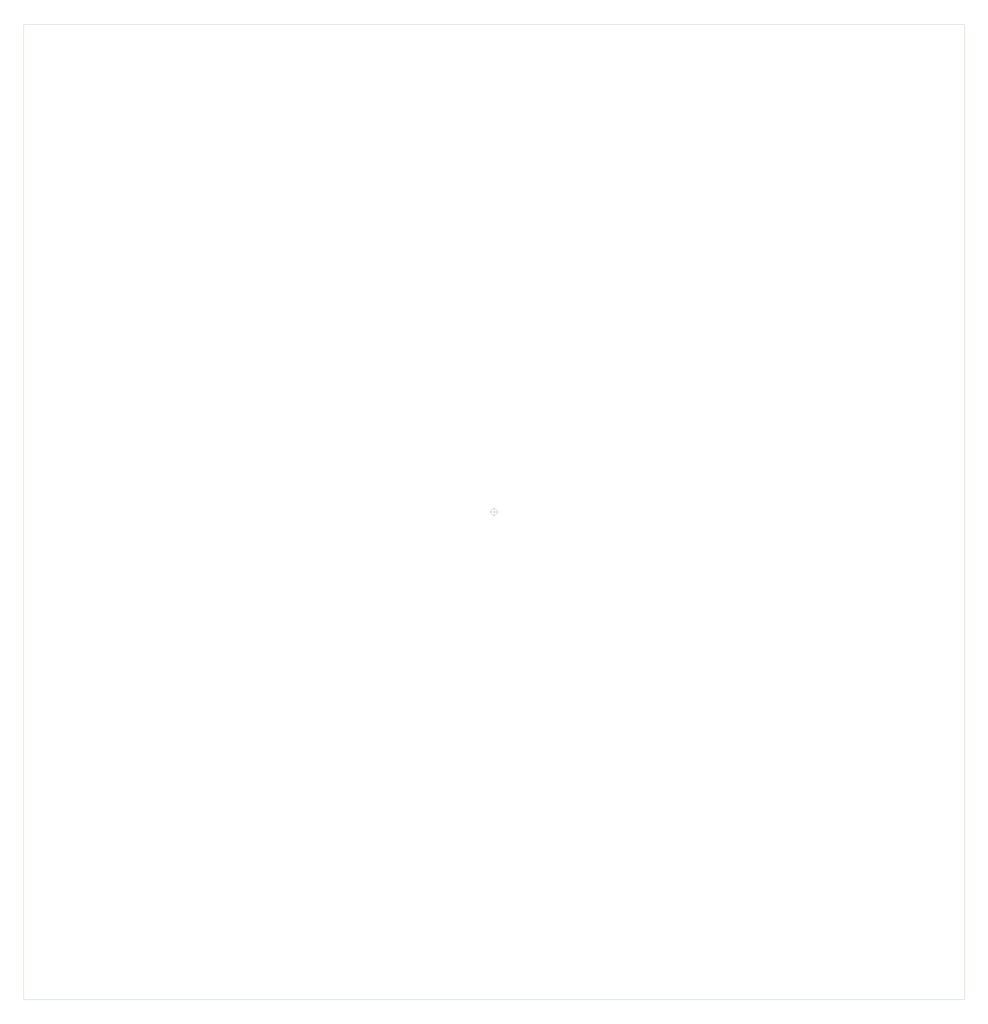
<source format=gbr>
%TF.GenerationSoftware,KiCad,Pcbnew,(5.1.9-0-10_14)*%
%TF.CreationDate,2021-06-02T17:00:15-04:00*%
%TF.ProjectId,9x9backplane,39783962-6163-46b7-906c-616e652e6b69,C*%
%TF.SameCoordinates,Original*%
%TF.FileFunction,Profile,NP*%
%FSLAX46Y46*%
G04 Gerber Fmt 4.6, Leading zero omitted, Abs format (unit mm)*
G04 Created by KiCad (PCBNEW (5.1.9-0-10_14)) date 2021-06-02 17:00:15*
%MOMM*%
%LPD*%
G01*
G04 APERTURE LIST*
%TA.AperFunction,Profile*%
%ADD10C,0.050000*%
%TD*%
G04 APERTURE END LIST*
D10*
X482600000Y-500000000D02*
X482600000Y0D01*
X0Y-500000000D02*
X482600000Y-500000000D01*
X0Y0D02*
X0Y-500000000D01*
X0Y0D02*
X482600000Y0D01*
X242966346Y-250000000D02*
G75*
G03*
X242966346Y-250000000I-1666666J0D01*
G01*
X238799680Y-250000000D02*
X243799680Y-250000000D01*
X241299680Y-247500000D02*
X241299680Y-252500000D01*
M02*

</source>
